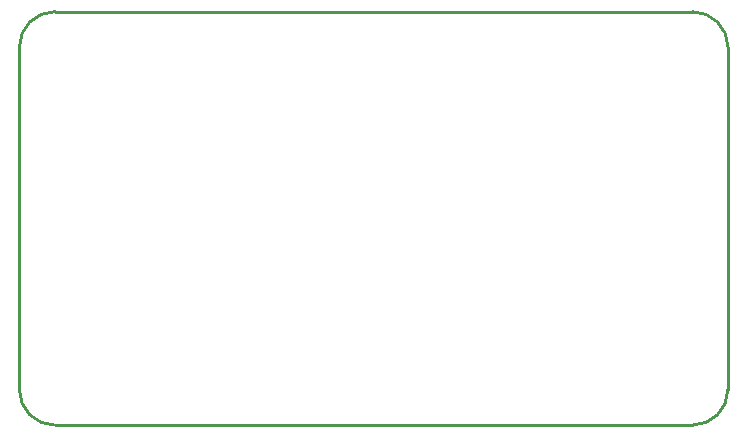
<source format=gm1>
G04*
G04 #@! TF.GenerationSoftware,Altium Limited,Altium Designer,24.2.2 (26)*
G04*
G04 Layer_Color=16711935*
%FSLAX44Y44*%
%MOMM*%
G71*
G04*
G04 #@! TF.SameCoordinates,C4595460-78FA-4AA4-93EF-E7DD031D073C*
G04*
G04*
G04 #@! TF.FilePolarity,Positive*
G04*
G01*
G75*
%ADD63C,0.2540*%
D63*
X600000Y320000D02*
G03*
X570000Y350000I-30000J0D01*
G01*
X30000D02*
G03*
X0Y320000I0J-30000D01*
G01*
X570000Y0D02*
G03*
X600000Y30000I0J30000D01*
G01*
X0D02*
G03*
X30000Y0I30000J0D01*
G01*
Y350000D02*
X570000D01*
X600000Y30000D02*
Y320000D01*
X30000Y0D02*
X570000D01*
X0Y30000D02*
Y320000D01*
M02*

</source>
